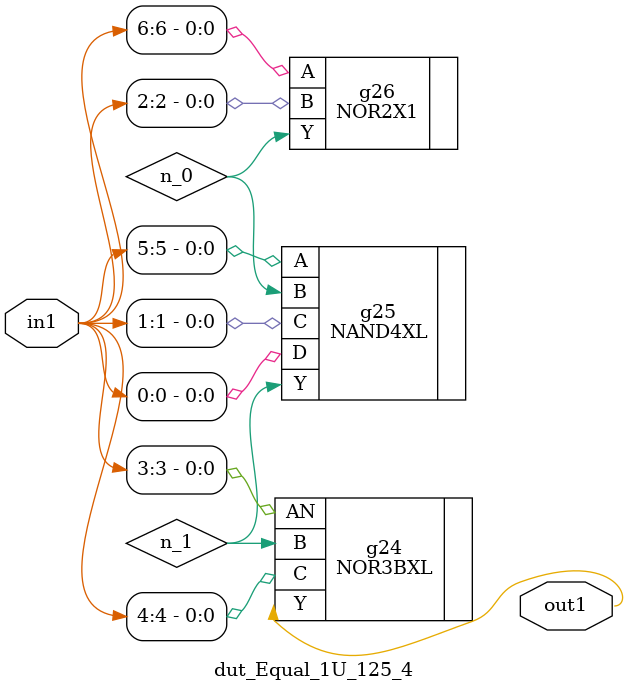
<source format=v>
`timescale 1ps / 1ps


module dut_Equal_1U_125_4(in1, out1);
  input [6:0] in1;
  output out1;
  wire [6:0] in1;
  wire out1;
  wire n_0, n_1;
  NOR3BXL g24(.AN (in1[3]), .B (n_1), .C (in1[4]), .Y (out1));
  NAND4XL g25(.A (in1[5]), .B (n_0), .C (in1[1]), .D (in1[0]), .Y
       (n_1));
  NOR2X1 g26(.A (in1[6]), .B (in1[2]), .Y (n_0));
endmodule



</source>
